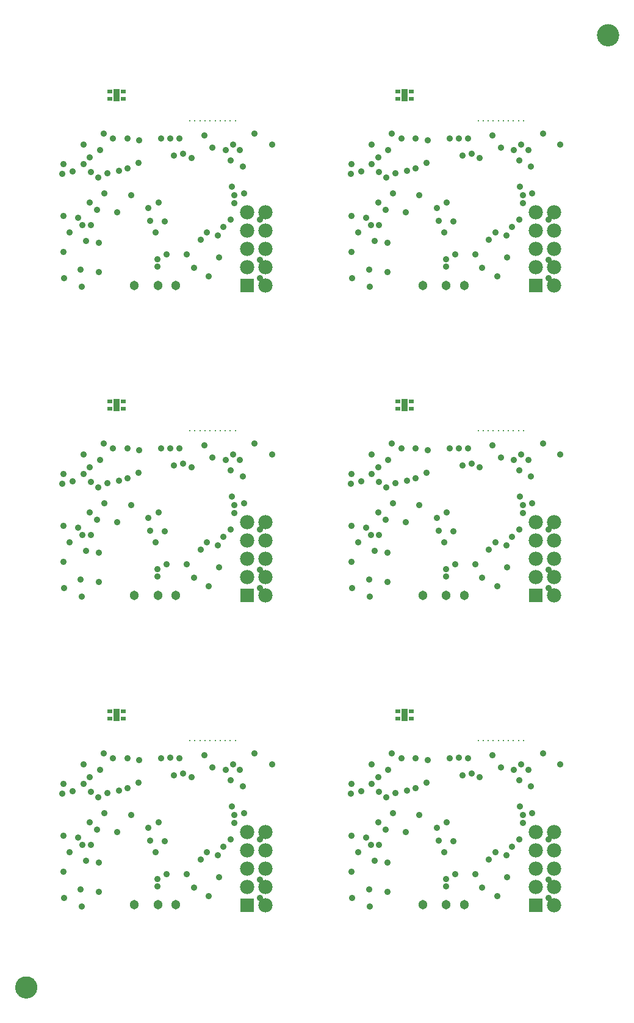
<source format=gbs>
G04 Layer_Color=16711935*
%FSLAX25Y25*%
%MOIN*%
G70*
G01*
G75*
%ADD73C,0.08674*%
%ADD107C,0.00800*%
%ADD109C,0.03556*%
%ADD111C,0.04331*%
%ADD112R,0.02965X0.02178*%
%ADD113R,0.03556X0.07099*%
%ADD114C,0.07800*%
%ADD115R,0.07800X0.07800*%
%ADD116C,0.05131*%
D73*
X19685Y19685D02*
D03*
X337500Y540000D02*
D03*
D107*
X109055Y154528D02*
D03*
X111811D02*
D03*
X114567D02*
D03*
X117323D02*
D03*
X120079D02*
D03*
X122835D02*
D03*
X125591D02*
D03*
X128347D02*
D03*
X131102D02*
D03*
X133858D02*
D03*
X266535D02*
D03*
X269291D02*
D03*
X272047D02*
D03*
X274803D02*
D03*
X277559D02*
D03*
X280315D02*
D03*
X283071D02*
D03*
X285827D02*
D03*
X288583D02*
D03*
X291339D02*
D03*
X109055Y323819D02*
D03*
X111811D02*
D03*
X114567D02*
D03*
X117323D02*
D03*
X120079D02*
D03*
X122835D02*
D03*
X125591D02*
D03*
X128347D02*
D03*
X131102D02*
D03*
X133858D02*
D03*
X266535D02*
D03*
X269291D02*
D03*
X272047D02*
D03*
X274803D02*
D03*
X277559D02*
D03*
X280315D02*
D03*
X283071D02*
D03*
X285827D02*
D03*
X288583D02*
D03*
X291339D02*
D03*
X109055Y493110D02*
D03*
X111811D02*
D03*
X114567D02*
D03*
X117323D02*
D03*
X120079D02*
D03*
X122835D02*
D03*
X125591D02*
D03*
X128347D02*
D03*
X131102D02*
D03*
X133858D02*
D03*
X266535D02*
D03*
X269291D02*
D03*
X272047D02*
D03*
X274803D02*
D03*
X277559D02*
D03*
X280315D02*
D03*
X283071D02*
D03*
X285827D02*
D03*
X288583D02*
D03*
X291339D02*
D03*
D109*
X95433Y99555D02*
D03*
X58933Y123555D02*
D03*
X153933Y141555D02*
D03*
X39915Y102573D02*
D03*
X39933Y131055D02*
D03*
X59433Y72055D02*
D03*
X40177Y68555D02*
D03*
X98496Y145118D02*
D03*
X87433Y100055D02*
D03*
X86433Y107055D02*
D03*
X43433Y93555D02*
D03*
X133433Y109555D02*
D03*
X81433Y144055D02*
D03*
X52433Y89055D02*
D03*
X50433Y97555D02*
D03*
X91933Y110055D02*
D03*
X80933Y131555D02*
D03*
X124933Y80055D02*
D03*
X118433Y93555D02*
D03*
X131433Y100555D02*
D03*
X54933Y126555D02*
D03*
X39433Y125555D02*
D03*
X45071Y126917D02*
D03*
X91433Y75055D02*
D03*
Y79055D02*
D03*
X103433Y145055D02*
D03*
X74933D02*
D03*
X50933Y131055D02*
D03*
X58433Y106055D02*
D03*
X59433Y88087D02*
D03*
X47933Y101555D02*
D03*
X54433Y110055D02*
D03*
X109980Y134508D02*
D03*
X131433Y133055D02*
D03*
X90433Y93555D02*
D03*
X111209Y74279D02*
D03*
X49933Y64055D02*
D03*
X105433Y136555D02*
D03*
X100433Y135555D02*
D03*
X116933Y146555D02*
D03*
X93433Y145055D02*
D03*
X67059Y144929D02*
D03*
X128622Y138744D02*
D03*
X136496Y138618D02*
D03*
X144433Y147555D02*
D03*
X132559Y141681D02*
D03*
X39933Y83055D02*
D03*
X49433Y73299D02*
D03*
X124433Y92055D02*
D03*
X127433Y96555D02*
D03*
X133433Y114055D02*
D03*
X131933Y118555D02*
D03*
X96433Y81555D02*
D03*
X119433Y69555D02*
D03*
X107433Y81555D02*
D03*
X114933Y89555D02*
D03*
X138528Y114961D02*
D03*
X137933Y129555D02*
D03*
X121433Y140055D02*
D03*
X74933Y128555D02*
D03*
X76933Y114055D02*
D03*
X62433Y115055D02*
D03*
X147433Y68555D02*
D03*
Y78555D02*
D03*
Y100555D02*
D03*
X54933Y97555D02*
D03*
X70189Y127311D02*
D03*
X63933Y126055D02*
D03*
X69433Y104555D02*
D03*
X54465Y134524D02*
D03*
X59933Y138555D02*
D03*
X61933Y147555D02*
D03*
X50933Y141555D02*
D03*
X252913Y99555D02*
D03*
X216413Y123555D02*
D03*
X311413Y141555D02*
D03*
X197396Y102573D02*
D03*
X197413Y131055D02*
D03*
X216913Y72055D02*
D03*
X197658Y68555D02*
D03*
X255976Y145118D02*
D03*
X244913Y100055D02*
D03*
X243913Y107055D02*
D03*
X200913Y93555D02*
D03*
X290913Y109555D02*
D03*
X238913Y144055D02*
D03*
X209913Y89055D02*
D03*
X207913Y97555D02*
D03*
X249413Y110055D02*
D03*
X238413Y131555D02*
D03*
X282413Y80055D02*
D03*
X275913Y93555D02*
D03*
X288913Y100555D02*
D03*
X212413Y126555D02*
D03*
X196913Y125555D02*
D03*
X202551Y126917D02*
D03*
X248913Y75055D02*
D03*
Y79055D02*
D03*
X260913Y145055D02*
D03*
X232413D02*
D03*
X208413Y131055D02*
D03*
X215913Y106055D02*
D03*
X216913Y88087D02*
D03*
X205413Y101555D02*
D03*
X211913Y110055D02*
D03*
X267461Y134508D02*
D03*
X288913Y133055D02*
D03*
X247913Y93555D02*
D03*
X268689Y74279D02*
D03*
X207413Y64055D02*
D03*
X262913Y136555D02*
D03*
X257913Y135555D02*
D03*
X274413Y146555D02*
D03*
X250913Y145055D02*
D03*
X224539Y144929D02*
D03*
X286102Y138744D02*
D03*
X293976Y138618D02*
D03*
X301913Y147555D02*
D03*
X290039Y141681D02*
D03*
X197413Y83055D02*
D03*
X206913Y73299D02*
D03*
X281913Y92055D02*
D03*
X284913Y96555D02*
D03*
X290913Y114055D02*
D03*
X289413Y118555D02*
D03*
X253913Y81555D02*
D03*
X276913Y69555D02*
D03*
X264913Y81555D02*
D03*
X272413Y89555D02*
D03*
X296008Y114961D02*
D03*
X295413Y129555D02*
D03*
X278913Y140055D02*
D03*
X232413Y128555D02*
D03*
X234413Y114055D02*
D03*
X219913Y115055D02*
D03*
X304913Y68555D02*
D03*
Y78555D02*
D03*
Y100555D02*
D03*
X212413Y97555D02*
D03*
X227669Y127311D02*
D03*
X221413Y126055D02*
D03*
X226913Y104555D02*
D03*
X211945Y134524D02*
D03*
X217413Y138555D02*
D03*
X219413Y147555D02*
D03*
X208413Y141555D02*
D03*
X95433Y268847D02*
D03*
X58933Y292846D02*
D03*
X153933Y310846D02*
D03*
X39915Y271864D02*
D03*
X39933Y300346D02*
D03*
X59433Y241347D02*
D03*
X40177Y237846D02*
D03*
X98496Y314409D02*
D03*
X87433Y269346D02*
D03*
X86433Y276346D02*
D03*
X43433Y262846D02*
D03*
X133433Y278847D02*
D03*
X81433Y313347D02*
D03*
X52433Y258347D02*
D03*
X50433Y266846D02*
D03*
X91933Y279346D02*
D03*
X80933Y300847D02*
D03*
X124933Y249346D02*
D03*
X118433Y262846D02*
D03*
X131433Y269847D02*
D03*
X54933Y295847D02*
D03*
X39433Y294847D02*
D03*
X45071Y296209D02*
D03*
X91433Y244346D02*
D03*
Y248346D02*
D03*
X103433Y314347D02*
D03*
X74933D02*
D03*
X50933Y300346D02*
D03*
X58433Y275346D02*
D03*
X59433Y257378D02*
D03*
X47933Y270847D02*
D03*
X54433Y279346D02*
D03*
X109980Y303799D02*
D03*
X131433Y302346D02*
D03*
X90433Y262846D02*
D03*
X111209Y243571D02*
D03*
X49933Y233347D02*
D03*
X105433Y305847D02*
D03*
X100433Y304847D02*
D03*
X116933Y315846D02*
D03*
X93433Y314347D02*
D03*
X67059Y314220D02*
D03*
X128622Y308035D02*
D03*
X136496Y307909D02*
D03*
X144433Y316846D02*
D03*
X132559Y310972D02*
D03*
X39933Y252346D02*
D03*
X49433Y242590D02*
D03*
X124433Y261347D02*
D03*
X127433Y265846D02*
D03*
X133433Y283347D02*
D03*
X131933Y287846D02*
D03*
X96433Y250847D02*
D03*
X119433Y238846D02*
D03*
X107433Y250847D02*
D03*
X114933Y258846D02*
D03*
X138528Y284252D02*
D03*
X137933Y298847D02*
D03*
X121433Y309347D02*
D03*
X74933Y297847D02*
D03*
X76933Y283347D02*
D03*
X62433Y284347D02*
D03*
X147433Y237846D02*
D03*
Y247847D02*
D03*
Y269847D02*
D03*
X54933Y266846D02*
D03*
X70189Y296602D02*
D03*
X63933Y295346D02*
D03*
X69433Y273847D02*
D03*
X54465Y303815D02*
D03*
X59933Y307846D02*
D03*
X61933Y316846D02*
D03*
X50933Y310846D02*
D03*
X252913Y268847D02*
D03*
X216413Y292846D02*
D03*
X311413Y310846D02*
D03*
X197396Y271864D02*
D03*
X197413Y300346D02*
D03*
X216913Y241347D02*
D03*
X197658Y237846D02*
D03*
X255976Y314409D02*
D03*
X244913Y269346D02*
D03*
X243913Y276346D02*
D03*
X200913Y262846D02*
D03*
X290913Y278847D02*
D03*
X238913Y313347D02*
D03*
X209913Y258347D02*
D03*
X207913Y266846D02*
D03*
X249413Y279346D02*
D03*
X238413Y300847D02*
D03*
X282413Y249346D02*
D03*
X275913Y262846D02*
D03*
X288913Y269847D02*
D03*
X212413Y295847D02*
D03*
X196913Y294847D02*
D03*
X202551Y296209D02*
D03*
X248913Y244346D02*
D03*
Y248346D02*
D03*
X260913Y314347D02*
D03*
X232413D02*
D03*
X208413Y300346D02*
D03*
X215913Y275346D02*
D03*
X216913Y257378D02*
D03*
X205413Y270847D02*
D03*
X211913Y279346D02*
D03*
X267461Y303799D02*
D03*
X288913Y302346D02*
D03*
X247913Y262846D02*
D03*
X268689Y243571D02*
D03*
X207413Y233347D02*
D03*
X262913Y305847D02*
D03*
X257913Y304847D02*
D03*
X274413Y315846D02*
D03*
X250913Y314347D02*
D03*
X224539Y314220D02*
D03*
X286102Y308035D02*
D03*
X293976Y307909D02*
D03*
X301913Y316846D02*
D03*
X290039Y310972D02*
D03*
X197413Y252346D02*
D03*
X206913Y242590D02*
D03*
X281913Y261347D02*
D03*
X284913Y265846D02*
D03*
X290913Y283347D02*
D03*
X289413Y287846D02*
D03*
X253913Y250847D02*
D03*
X276913Y238846D02*
D03*
X264913Y250847D02*
D03*
X272413Y258846D02*
D03*
X296008Y284252D02*
D03*
X295413Y298847D02*
D03*
X278913Y309347D02*
D03*
X232413Y297847D02*
D03*
X234413Y283347D02*
D03*
X219913Y284347D02*
D03*
X304913Y237846D02*
D03*
Y247847D02*
D03*
Y269847D02*
D03*
X212413Y266846D02*
D03*
X227669Y296602D02*
D03*
X221413Y295346D02*
D03*
X226913Y273847D02*
D03*
X211945Y303815D02*
D03*
X217413Y307846D02*
D03*
X219413Y316846D02*
D03*
X208413Y310846D02*
D03*
X95433Y438138D02*
D03*
X58933Y462138D02*
D03*
X153933Y480138D02*
D03*
X39915Y441155D02*
D03*
X39933Y469638D02*
D03*
X59433Y410638D02*
D03*
X40177Y407138D02*
D03*
X98496Y483701D02*
D03*
X87433Y438638D02*
D03*
X86433Y445638D02*
D03*
X43433Y432138D02*
D03*
X133433Y448138D02*
D03*
X81433Y482638D02*
D03*
X52433Y427638D02*
D03*
X50433Y436138D02*
D03*
X91933Y448638D02*
D03*
X80933Y470138D02*
D03*
X124933Y418638D02*
D03*
X118433Y432138D02*
D03*
X131433Y439138D02*
D03*
X54933Y465138D02*
D03*
X39433Y464138D02*
D03*
X45071Y465500D02*
D03*
X91433Y413638D02*
D03*
Y417638D02*
D03*
X103433Y483638D02*
D03*
X74933D02*
D03*
X50933Y469638D02*
D03*
X58433Y444638D02*
D03*
X59433Y426669D02*
D03*
X47933Y440138D02*
D03*
X54433Y448638D02*
D03*
X109980Y473091D02*
D03*
X131433Y471638D02*
D03*
X90433Y432138D02*
D03*
X111209Y412862D02*
D03*
X49933Y402638D02*
D03*
X105433Y475138D02*
D03*
X100433Y474138D02*
D03*
X116933Y485138D02*
D03*
X93433Y483638D02*
D03*
X67059Y483512D02*
D03*
X128622Y477327D02*
D03*
X136496Y477201D02*
D03*
X144433Y486138D02*
D03*
X132559Y480264D02*
D03*
X39933Y421638D02*
D03*
X49433Y411882D02*
D03*
X124433Y430638D02*
D03*
X127433Y435138D02*
D03*
X133433Y452638D02*
D03*
X131933Y457138D02*
D03*
X96433Y420138D02*
D03*
X119433Y408138D02*
D03*
X107433Y420138D02*
D03*
X114933Y428138D02*
D03*
X138528Y453543D02*
D03*
X137933Y468138D02*
D03*
X121433Y478638D02*
D03*
X74933Y467138D02*
D03*
X76933Y452638D02*
D03*
X62433Y453638D02*
D03*
X147433Y407138D02*
D03*
Y417138D02*
D03*
Y439138D02*
D03*
X54933Y436138D02*
D03*
X70189Y465894D02*
D03*
X63933Y464638D02*
D03*
X69433Y443138D02*
D03*
X54465Y473106D02*
D03*
X59933Y477138D02*
D03*
X61933Y486138D02*
D03*
X50933Y480138D02*
D03*
X252913Y438138D02*
D03*
X216413Y462138D02*
D03*
X311413Y480138D02*
D03*
X197396Y441155D02*
D03*
X197413Y469638D02*
D03*
X216913Y410638D02*
D03*
X197658Y407138D02*
D03*
X255976Y483701D02*
D03*
X244913Y438638D02*
D03*
X243913Y445638D02*
D03*
X200913Y432138D02*
D03*
X290913Y448138D02*
D03*
X238913Y482638D02*
D03*
X209913Y427638D02*
D03*
X207913Y436138D02*
D03*
X249413Y448638D02*
D03*
X238413Y470138D02*
D03*
X282413Y418638D02*
D03*
X275913Y432138D02*
D03*
X288913Y439138D02*
D03*
X212413Y465138D02*
D03*
X196913Y464138D02*
D03*
X202551Y465500D02*
D03*
X248913Y413638D02*
D03*
Y417638D02*
D03*
X260913Y483638D02*
D03*
X232413D02*
D03*
X208413Y469638D02*
D03*
X215913Y444638D02*
D03*
X216913Y426669D02*
D03*
X205413Y440138D02*
D03*
X211913Y448638D02*
D03*
X267461Y473091D02*
D03*
X288913Y471638D02*
D03*
X247913Y432138D02*
D03*
X268689Y412862D02*
D03*
X207413Y402638D02*
D03*
X262913Y475138D02*
D03*
X257913Y474138D02*
D03*
X274413Y485138D02*
D03*
X250913Y483638D02*
D03*
X224539Y483512D02*
D03*
X286102Y477327D02*
D03*
X293976Y477201D02*
D03*
X301913Y486138D02*
D03*
X290039Y480264D02*
D03*
X197413Y421638D02*
D03*
X206913Y411882D02*
D03*
X281913Y430638D02*
D03*
X284913Y435138D02*
D03*
X290913Y452638D02*
D03*
X289413Y457138D02*
D03*
X253913Y420138D02*
D03*
X276913Y408138D02*
D03*
X264913Y420138D02*
D03*
X272413Y428138D02*
D03*
X296008Y453543D02*
D03*
X295413Y468138D02*
D03*
X278913Y478638D02*
D03*
X232413Y467138D02*
D03*
X234413Y452638D02*
D03*
X219913Y453638D02*
D03*
X304913Y407138D02*
D03*
Y417138D02*
D03*
Y439138D02*
D03*
X212413Y436138D02*
D03*
X227669Y465894D02*
D03*
X221413Y464638D02*
D03*
X226913Y443138D02*
D03*
X211945Y473106D02*
D03*
X217413Y477138D02*
D03*
X219413Y486138D02*
D03*
X208413Y480138D02*
D03*
D111*
X23622Y19685D02*
G03*
X23622Y19685I-3937J0D01*
G01*
X341437Y540000D02*
G03*
X341437Y540000I-3937J0D01*
G01*
D112*
X72539Y166732D02*
D03*
X65256D02*
D03*
X72539Y170669D02*
D03*
X65256D02*
D03*
X230020Y166732D02*
D03*
X222736D02*
D03*
X230020Y170669D02*
D03*
X222736D02*
D03*
X72539Y336024D02*
D03*
X65256D02*
D03*
X72539Y339961D02*
D03*
X65256D02*
D03*
X230020Y336024D02*
D03*
X222736D02*
D03*
X230020Y339961D02*
D03*
X222736D02*
D03*
X72539Y505315D02*
D03*
X65256D02*
D03*
X72539Y509252D02*
D03*
X65256D02*
D03*
X230020Y505315D02*
D03*
X222736D02*
D03*
X230020Y509252D02*
D03*
X222736D02*
D03*
D113*
X68898Y168701D02*
D03*
X226378D02*
D03*
X68898Y337992D02*
D03*
X226378D02*
D03*
X68898Y507283D02*
D03*
X226378D02*
D03*
D114*
X140433Y104555D02*
D03*
X150433D02*
D03*
X140433Y94555D02*
D03*
X150433D02*
D03*
X140433Y84555D02*
D03*
X150433D02*
D03*
X140433Y74555D02*
D03*
X150433D02*
D03*
Y64555D02*
D03*
X297913Y104555D02*
D03*
X307913D02*
D03*
X297913Y94555D02*
D03*
X307913D02*
D03*
X297913Y84555D02*
D03*
X307913D02*
D03*
X297913Y74555D02*
D03*
X307913D02*
D03*
Y64555D02*
D03*
X140433Y273847D02*
D03*
X150433D02*
D03*
X140433Y263846D02*
D03*
X150433D02*
D03*
X140433Y253847D02*
D03*
X150433D02*
D03*
X140433Y243847D02*
D03*
X150433D02*
D03*
Y233846D02*
D03*
X297913Y273847D02*
D03*
X307913D02*
D03*
X297913Y263846D02*
D03*
X307913D02*
D03*
X297913Y253847D02*
D03*
X307913D02*
D03*
X297913Y243847D02*
D03*
X307913D02*
D03*
Y233846D02*
D03*
X140433Y443138D02*
D03*
X150433D02*
D03*
X140433Y433138D02*
D03*
X150433D02*
D03*
X140433Y423138D02*
D03*
X150433D02*
D03*
X140433Y413138D02*
D03*
X150433D02*
D03*
Y403138D02*
D03*
X297913Y443138D02*
D03*
X307913D02*
D03*
X297913Y433138D02*
D03*
X307913D02*
D03*
X297913Y423138D02*
D03*
X307913D02*
D03*
X297913Y413138D02*
D03*
X307913D02*
D03*
Y403138D02*
D03*
D115*
X140433Y64555D02*
D03*
X297913D02*
D03*
X140433Y233846D02*
D03*
X297913D02*
D03*
X140433Y403138D02*
D03*
X297913D02*
D03*
D116*
X91536Y64776D02*
D03*
X101378D02*
D03*
X78741D02*
D03*
X249016D02*
D03*
X258859D02*
D03*
X236221D02*
D03*
X91536Y234067D02*
D03*
X101378D02*
D03*
X78741D02*
D03*
X249016D02*
D03*
X258859D02*
D03*
X236221D02*
D03*
X91536Y403359D02*
D03*
X101378D02*
D03*
X78741D02*
D03*
X249016D02*
D03*
X258859D02*
D03*
X236221D02*
D03*
M02*

</source>
